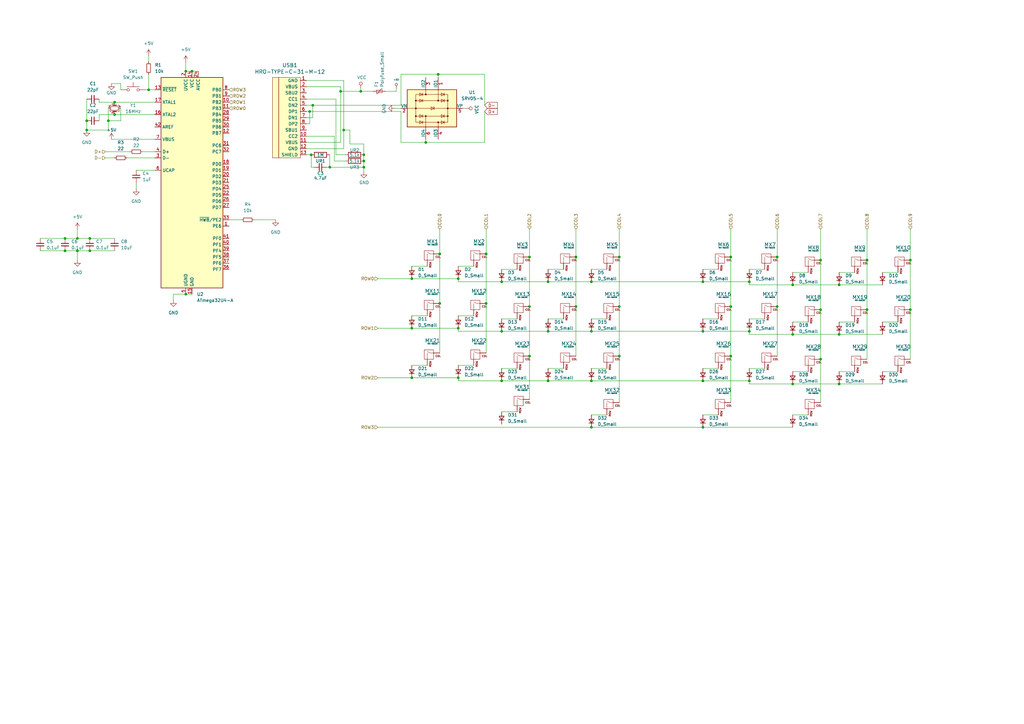
<source format=kicad_sch>
(kicad_sch (version 20211123) (generator eeschema)
  (paper "A3")
  (lib_symbols
    (symbol "Device:C_Small" (pin_numbers hide) (pin_names (offset 0.254) hide)
      (property "Reference" "C" (at 0.254 1.778 0))
      (property "Value" "C_Small" (at 0.254 -2.032 0))
      (symbol "C_Small_1_1"
        (pin passive line (at 0 2.54 270) (length 2.032) (name "~") (number "1"))
        (pin passive line (at 0 -2.54 90) (length 2.032) (name "~") (number "2"))
      )
    )
    (symbol "Device:Crystal_GND24_Small" (pin_names (offset 1.016) hide)
      (property "Reference" "Y" (at 1.27 4.445 0))
      (property "Value" "Crystal_GND24_Small" (at 1.27 2.54 0))
      (symbol "Crystal_GND24_Small_1_1"
        (pin passive line (at -2.54 0 0) (length 1.27) (name "1") (number "1"))
        (pin passive line (at 0 -2.54 90) (length 0.635) (name "2") (number "2"))
        (pin passive line (at 2.54 0 180) (length 1.27) (name "3") (number "3"))
        (pin passive line (at 0 2.54 270) (length 0.635) (name "4") (number "4"))
      )
    )
    (symbol "Device:D_Small" (pin_numbers hide) (pin_names (offset 0.254) hide)
      (property "Reference" "D" (at -1.27 2.032 0))
      (property "Value" "D_Small" (at -3.81 -2.032 0))
      (symbol "D_Small_1_1"
        (pin passive line (at -2.54 0 0) (length 1.778) (name "K") (number "1"))
        (pin passive line (at 2.54 0 180) (length 1.778) (name "A") (number "2"))
      )
    )
    (symbol "Device:R_Small" (pin_numbers hide) (pin_names (offset 0.254) hide)
      (property "Reference" "R" (at 0.762 0.508 0))
      (property "Value" "R_Small" (at 0.762 -1.016 0))
      (symbol "R_Small_1_1"
        (pin passive line (at 0 2.54 270) (length 0.762) (name "~") (number "1"))
        (pin passive line (at 0 -2.54 90) (length 0.762) (name "~") (number "2"))
      )
    )
    (symbol "MCU_Microchip_ATmega:ATmega32U4-A"
      (property "Reference" "U" (at -12.7 44.45 0))
      (property "Value" "ATmega32U4-A" (at 2.54 -44.45 0))
      (symbol "ATmega32U4-A_1_1"
        (pin bidirectional line (at 15.24 -17.78 180) (length 2.54) (name "PE6") (number "1"))
        (pin bidirectional line (at 15.24 33.02 180) (length 2.54) (name "PB2") (number "10"))
        (pin bidirectional line (at 15.24 30.48 180) (length 2.54) (name "PB3") (number "11"))
        (pin bidirectional line (at 15.24 20.32 180) (length 2.54) (name "PB7") (number "12"))
        (pin input line (at -15.24 38.1 0) (length 2.54) (name "~{RESET}") (number "13"))
        (pin power_in line (at 0 45.72 270) (length 2.54) (name "VCC") (number "14"))
        (pin power_in line (at 0 -45.72 90) (length 2.54) (name "GND") (number "15"))
        (pin output line (at -15.24 27.94 0) (length 2.54) (name "XTAL2") (number "16"))
        (pin input line (at -15.24 33.02 0) (length 2.54) (name "XTAL1") (number "17"))
        (pin bidirectional line (at 15.24 7.62 180) (length 2.54) (name "PD0") (number "18"))
        (pin bidirectional line (at 15.24 5.08 180) (length 2.54) (name "PD1") (number "19"))
        (pin power_in line (at -2.54 45.72 270) (length 2.54) (name "UVCC") (number "2"))
        (pin bidirectional line (at 15.24 2.54 180) (length 2.54) (name "PD2") (number "20"))
        (pin bidirectional line (at 15.24 0 180) (length 2.54) (name "PD3") (number "21"))
        (pin bidirectional line (at 15.24 -5.08 180) (length 2.54) (name "PD5") (number "22"))
        (pin passive line (at 0 -45.72 90) (length 2.54) hide (name "GND") (number "23"))
        (pin power_in line (at 2.54 45.72 270) (length 2.54) (name "AVCC") (number "24"))
        (pin bidirectional line (at 15.24 -2.54 180) (length 2.54) (name "PD4") (number "25"))
        (pin bidirectional line (at 15.24 -7.62 180) (length 2.54) (name "PD6") (number "26"))
        (pin bidirectional line (at 15.24 -10.16 180) (length 2.54) (name "PD7") (number "27"))
        (pin bidirectional line (at 15.24 27.94 180) (length 2.54) (name "PB4") (number "28"))
        (pin bidirectional line (at 15.24 25.4 180) (length 2.54) (name "PB5") (number "29"))
        (pin bidirectional line (at -15.24 10.16 0) (length 2.54) (name "D-") (number "3"))
        (pin bidirectional line (at 15.24 22.86 180) (length 2.54) (name "PB6") (number "30"))
        (pin bidirectional line (at 15.24 15.24 180) (length 2.54) (name "PC6") (number "31"))
        (pin bidirectional line (at 15.24 12.7 180) (length 2.54) (name "PC7") (number "32"))
        (pin bidirectional line (at 15.24 -15.24 180) (length 2.54) (name "~{HWB}/PE2") (number "33"))
        (pin passive line (at 0 45.72 270) (length 2.54) hide (name "VCC") (number "34"))
        (pin passive line (at 0 -45.72 90) (length 2.54) hide (name "GND") (number "35"))
        (pin bidirectional line (at 15.24 -35.56 180) (length 2.54) (name "PF7") (number "36"))
        (pin bidirectional line (at 15.24 -33.02 180) (length 2.54) (name "PF6") (number "37"))
        (pin bidirectional line (at 15.24 -30.48 180) (length 2.54) (name "PF5") (number "38"))
        (pin bidirectional line (at 15.24 -27.94 180) (length 2.54) (name "PF4") (number "39"))
        (pin bidirectional line (at -15.24 12.7 0) (length 2.54) (name "D+") (number "4"))
        (pin bidirectional line (at 15.24 -25.4 180) (length 2.54) (name "PF1") (number "40"))
        (pin bidirectional line (at 15.24 -22.86 180) (length 2.54) (name "PF0") (number "41"))
        (pin passive line (at -15.24 22.86 0) (length 2.54) (name "AREF") (number "42"))
        (pin passive line (at 0 -45.72 90) (length 2.54) hide (name "GND") (number "43"))
        (pin passive line (at 2.54 45.72 270) (length 2.54) hide (name "AVCC") (number "44"))
        (pin passive line (at -2.54 -45.72 90) (length 2.54) (name "UGND") (number "5"))
        (pin passive line (at -15.24 5.08 0) (length 2.54) (name "UCAP") (number "6"))
        (pin input line (at -15.24 17.78 0) (length 2.54) (name "VBUS") (number "7"))
        (pin bidirectional line (at 15.24 38.1 180) (length 2.54) (name "PB0") (number "8"))
        (pin bidirectional line (at 15.24 35.56 180) (length 2.54) (name "PB1") (number "9"))
      )
    )
    (symbol "MX_Alps_Hybrid:MX-NoLED" (pin_names (offset 1.016))
      (property "Reference" "MX" (at -0.635 3.81 0))
      (property "Value" "MX-NoLED" (at -0.635 1.27 0))
      (symbol "MX-NoLED_0_0"
        (text "COL" (at 3.175 0 0) (effects (font (size 0.762 0.762))))
        (text "ROW" (at 0 -1.905 900) (effects (font (size 0.762 0.762)) (justify right)))
      )
      (symbol "MX-NoLED_1_1"
        (pin passive line (at 3.81 1.27 180) (length 2.54) (name "COL") (number "1"))
        (pin passive line (at -1.27 -3.81 90) (length 2.54) (name "ROW") (number "2"))
      )
    )
    (symbol "Power_Protection:SRV05-4" (pin_names (offset 0))
      (property "Reference" "U" (at -5.08 11.43 0))
      (property "Value" "SRV05-4" (at 2.54 11.43 0))
      (symbol "SRV05-4_1_1"
        (pin passive line (at -12.7 2.54 0) (length 5.08) (name "IO1") (number "1"))
        (pin passive line (at 0 -12.7 90) (length 2.54) (name "VN") (number "2"))
        (pin passive line (at -12.7 -2.54 0) (length 5.08) (name "IO2") (number "3"))
        (pin passive line (at 12.7 2.54 180) (length 5.08) (name "IO3") (number "4"))
        (pin passive line (at 0 12.7 270) (length 2.54) (name "VP") (number "5"))
        (pin passive line (at 12.7 -2.54 180) (length 5.08) (name "IO4") (number "6"))
      )
    )
    (symbol "Switch:SW_Push" (pin_numbers hide) (pin_names (offset 1.016) hide)
      (property "Reference" "SW" (at 1.27 2.54 0))
      (property "Value" "SW_Push" (at 0 -1.524 0))
      (symbol "SW_Push_0_1"
        (pin passive line (at -5.08 0 0) (length 2.54) (name "1") (number "1"))
        (pin passive line (at 5.08 0 180) (length 2.54) (name "2") (number "2"))
      )
    )
    (symbol "Type-C:HRO-TYPE-C-31-M-12" (pin_names (offset 1.016))
      (property "Reference" "USB" (at -5.08 16.51 0))
      (property "Value" "HRO-TYPE-C-31-M-12" (at -10.16 -1.27 90))
      (symbol "HRO-TYPE-C-31-M-12_1_1"
        (pin input line (at 2.54 13.97 180) (length 2.54) (name "GND") (number "1"))
        (pin input line (at 2.54 -8.89 180) (length 2.54) (name "CC2") (number "10"))
        (pin input line (at 2.54 -11.43 180) (length 2.54) (name "VBUS") (number "11"))
        (pin input line (at 2.54 -13.97 180) (length 2.54) (name "GND") (number "12"))
        (pin input line (at 2.54 -16.51 180) (length 2.54) (name "SHIELD") (number "13"))
        (pin input line (at 2.54 11.43 180) (length 2.54) (name "VBUS") (number "2"))
        (pin input line (at 2.54 8.89 180) (length 2.54) (name "SBU2") (number "3"))
        (pin input line (at 2.54 6.35 180) (length 2.54) (name "CC1") (number "4"))
        (pin input line (at 2.54 3.81 180) (length 2.54) (name "DN2") (number "5"))
        (pin input line (at 2.54 1.27 180) (length 2.54) (name "DP1") (number "6"))
        (pin input line (at 2.54 -1.27 180) (length 2.54) (name "DN1") (number "7"))
        (pin input line (at 2.54 -3.81 180) (length 2.54) (name "DP2") (number "8"))
        (pin input line (at 2.54 -6.35 180) (length 2.54) (name "SBU1") (number "9"))
      )
    )
    (symbol "device:C_Small" (pin_numbers hide) (pin_names (offset 0.254) hide)
      (property "Reference" "C" (at 0.254 1.778 0))
      (property "Value" "device_C_Small" (at 0.254 -2.032 0))
      (symbol "C_Small_1_1"
        (pin passive line (at 0 2.54 270) (length 2.032) (name "~") (number "1"))
        (pin passive line (at 0 -2.54 90) (length 2.032) (name "~") (number "2"))
      )
    )
    (symbol "device:Polyfuse_Small" (pin_numbers hide) (pin_names (offset 0))
      (property "Reference" "F" (at -1.905 0 90))
      (property "Value" "device_Polyfuse_Small" (at 1.905 0 90))
      (symbol "Polyfuse_Small_1_1"
        (pin passive line (at 0 2.54 270) (length 0.635) (name "~") (number "1"))
        (pin passive line (at 0 -2.54 90) (length 0.635) (name "~") (number "2"))
      )
    )
    (symbol "device:R" (pin_numbers hide) (pin_names (offset 0))
      (property "Reference" "R" (at 2.032 0 90))
      (property "Value" "device_R" (at 0 0 90))
      (symbol "R_1_1"
        (pin passive line (at 0 3.81 270) (length 1.27) (name "~") (number "1"))
        (pin passive line (at 0 -3.81 90) (length 1.27) (name "~") (number "2"))
      )
    )
    (symbol "keyboard_parts:+5V" (power) (pin_names (offset 0))
      (property "Value" "+5V" (at 0 2.794 0))
      (symbol "+5V_0_0"
        (pin power_in line (at 0 0 90) (length 0) hide (name "+5V") (number "1"))
      )
    )
    (symbol "power:+5V" (power) (pin_names (offset 0))
      (property "Value" "+5V" (at 0 3.556 0))
      (symbol "+5V_1_1"
        (pin power_in line (at 0 0 90) (length 0) hide (name "+5V") (number "1"))
      )
    )
    (symbol "power:GND" (power) (pin_names (offset 0))
      (property "Value" "GND" (at 0 -3.81 0))
      (symbol "GND_1_1"
        (pin power_in line (at 0 0 270) (length 0) hide (name "GND") (number "1"))
      )
    )
    (symbol "power:VCC" (power) (pin_names (offset 0))
      (property "Value" "power_VCC" (at 0 3.81 0))
      (symbol "VCC_1_1"
        (pin power_in line (at 0 0 90) (length 0) hide (name "VCC") (number "1"))
      )
    )
  )
  (junction (at 299.72 105.41))
  (junction (at 168.91 134.62))
  (junction (at 46.99 46.99))
  (junction (at 199.39 124.46))
  (junction (at 217.17 105.41))
  (junction (at 36.83 97.79))
  (junction (at 199.39 104.14))
  (junction (at 168.91 114.3))
  (junction (at 139.7 37.465))
  (junction (at 307.34 135.89))
  (junction (at 217.17 146.05))
  (junction (at 307.34 156.21))
  (junction (at 336.55 127))
  (junction (at 242.57 135.89))
  (junction (at 299.72 125.73))
  (junction (at 336.55 106.68))
  (junction (at 76.2 29.21))
  (junction (at 242.57 175.26))
  (junction (at 254 146.05))
  (junction (at 288.29 156.21))
  (junction (at 174.625 58.42))
  (junction (at 318.77 125.73))
  (junction (at 187.96 134.62))
  (junction (at 344.17 116.84))
  (junction (at 179.705 30.48))
  (junction (at 127.635 63.5))
  (junction (at 135.255 68.58))
  (junction (at 254 125.73))
  (junction (at 344.17 157.48))
  (junction (at 355.6 106.68))
  (junction (at 128.27 43.18))
  (junction (at 242.57 115.57))
  (junction (at 307.34 115.57))
  (junction (at 205.74 115.57))
  (junction (at 140.97 53.34))
  (junction (at 224.79 115.57))
  (junction (at 217.17 125.73))
  (junction (at 205.74 135.89))
  (junction (at 44.45 49.53))
  (junction (at 288.29 135.89))
  (junction (at 373.38 106.68))
  (junction (at 355.6 127))
  (junction (at 26.67 97.79))
  (junction (at 35.56 53.34))
  (junction (at 76.2 120.65))
  (junction (at 127 45.72))
  (junction (at 344.17 137.16))
  (junction (at 288.29 175.26))
  (junction (at 299.72 146.05))
  (junction (at 325.12 137.16))
  (junction (at 31.75 102.87))
  (junction (at 325.12 157.48))
  (junction (at 180.34 124.46))
  (junction (at 318.77 105.41))
  (junction (at 325.12 116.84))
  (junction (at 187.96 154.94))
  (junction (at 336.55 147.32))
  (junction (at 149.225 63.5))
  (junction (at 46.99 41.91))
  (junction (at 205.74 156.21))
  (junction (at 31.75 97.79))
  (junction (at 149.225 68.58))
  (junction (at 60.96 36.83))
  (junction (at 35.56 49.53))
  (junction (at 187.96 114.3))
  (junction (at 236.22 105.41))
  (junction (at 149.225 66.04))
  (junction (at 254 105.41))
  (junction (at 147.955 37.465))
  (junction (at 224.79 135.89))
  (junction (at 180.34 104.14))
  (junction (at 236.22 125.73))
  (junction (at 288.29 115.57))
  (junction (at 26.67 102.87))
  (junction (at 373.38 127))
  (junction (at 168.91 154.94))
  (junction (at 78.74 29.21))
  (junction (at 224.79 156.21))
  (junction (at 36.83 102.87))
  (junction (at 242.57 156.21))
  (wire (pts (xy 60.96 30.48) (xy 60.96 36.83)))
  (wire (pts (xy 224.79 156.21) (xy 242.57 156.21)))
  (wire (pts (xy 205.74 135.89) (xy 224.79 135.89)))
  (wire (pts (xy 45.72 57.15) (xy 63.5 57.15)))
  (wire (pts (xy 299.72 93.98) (xy 299.72 105.41)))
  (wire (pts (xy 198.755 45.72) (xy 198.755 58.42)))
  (wire (pts (xy 149.225 66.04) (xy 149.225 68.58)))
  (wire (pts (xy 125.73 35.56) (xy 139.7 35.56)))
  (wire (pts (xy 288.29 170.18) (xy 294.64 170.18)))
  (wire (pts (xy 254 146.05) (xy 254 165.1)))
  (wire (pts (xy 236.22 125.73) (xy 236.22 146.05)))
  (wire (pts (xy 43.18 64.77) (xy 46.99 64.77)))
  (wire (pts (xy 35.56 40.64) (xy 35.56 49.53)))
  (wire (pts (xy 140.97 60.96) (xy 125.73 60.96)))
  (wire (pts (xy 49.53 49.53) (xy 44.45 49.53)))
  (wire (pts (xy 141.605 66.04) (xy 137.16 66.04)))
  (wire (pts (xy 198.755 30.48) (xy 198.755 43.18)))
  (wire (pts (xy 158.115 37.465) (xy 162.56 37.465)))
  (wire (pts (xy 16.51 102.87) (xy 26.67 102.87)))
  (wire (pts (xy 46.99 46.99) (xy 63.5 46.99)))
  (wire (pts (xy 31.75 102.87) (xy 31.75 106.68)))
  (wire (pts (xy 205.74 115.57) (xy 187.96 115.57)))
  (wire (pts (xy 154.94 175.26) (xy 242.57 175.26)))
  (wire (pts (xy 307.34 137.16) (xy 307.34 135.89)))
  (wire (pts (xy 59.69 36.83) (xy 60.96 36.83)))
  (wire (pts (xy 325.12 137.16) (xy 307.34 137.16)))
  (wire (pts (xy 140.97 53.34) (xy 140.97 33.02)))
  (wire (pts (xy 76.2 120.65) (xy 71.12 120.65)))
  (wire (pts (xy 139.7 37.465) (xy 147.955 37.465)))
  (wire (pts (xy 254 105.41) (xy 254 125.73)))
  (wire (pts (xy 180.34 124.46) (xy 180.34 144.78)))
  (wire (pts (xy 127.635 68.58) (xy 127.635 63.5)))
  (wire (pts (xy 168.91 149.86) (xy 175.26 149.86)))
  (wire (pts (xy 26.67 102.87) (xy 31.75 102.87)))
  (wire (pts (xy 205.74 135.89) (xy 187.96 135.89)))
  (wire (pts (xy 147.955 36.195) (xy 147.955 37.465)))
  (wire (pts (xy 217.17 105.41) (xy 217.17 125.73)))
  (wire (pts (xy 135.255 63.5) (xy 135.255 68.58)))
  (wire (pts (xy 189.865 44.45) (xy 191.135 44.45)))
  (wire (pts (xy 299.72 105.41) (xy 299.72 125.73)))
  (wire (pts (xy 224.79 130.81) (xy 231.14 130.81)))
  (wire (pts (xy 325.12 152.4) (xy 331.47 152.4)))
  (wire (pts (xy 299.72 125.73) (xy 299.72 146.05)))
  (wire (pts (xy 49.53 34.29) (xy 45.72 34.29)))
  (wire (pts (xy 140.97 60.96) (xy 140.97 53.34)))
  (wire (pts (xy 242.57 130.81) (xy 248.92 130.81)))
  (wire (pts (xy 71.12 120.65) (xy 71.12 123.19)))
  (wire (pts (xy 125.73 50.8) (xy 127 50.8)))
  (wire (pts (xy 205.74 168.91) (xy 212.09 168.91)))
  (wire (pts (xy 180.34 93.98) (xy 180.34 104.14)))
  (wire (pts (xy 199.39 124.46) (xy 199.39 144.78)))
  (wire (pts (xy 361.95 152.4) (xy 368.3 152.4)))
  (wire (pts (xy 288.29 115.57) (xy 307.34 115.57)))
  (wire (pts (xy 60.96 22.86) (xy 60.96 25.4)))
  (wire (pts (xy 168.91 114.3) (xy 187.96 114.3)))
  (wire (pts (xy 16.51 97.79) (xy 26.67 97.79)))
  (wire (pts (xy 242.57 151.13) (xy 248.92 151.13)))
  (wire (pts (xy 224.79 135.89) (xy 242.57 135.89)))
  (wire (pts (xy 355.6 93.98) (xy 355.6 106.68)))
  (wire (pts (xy 46.99 41.91) (xy 63.5 41.91)))
  (wire (pts (xy 125.73 48.26) (xy 128.27 48.26)))
  (wire (pts (xy 205.74 151.13) (xy 212.09 151.13)))
  (wire (pts (xy 49.53 44.45) (xy 49.53 49.53)))
  (wire (pts (xy 162.56 37.465) (xy 162.56 36.195)))
  (wire (pts (xy 164.465 58.42) (xy 174.625 58.42)))
  (wire (pts (xy 199.39 93.98) (xy 199.39 104.14)))
  (wire (pts (xy 361.95 111.76) (xy 368.3 111.76)))
  (wire (pts (xy 149.225 59.055) (xy 149.225 63.5)))
  (wire (pts (xy 168.91 154.94) (xy 187.96 154.94)))
  (wire (pts (xy 336.55 93.98) (xy 336.55 106.68)))
  (wire (pts (xy 174.625 57.15) (xy 174.625 58.42)))
  (wire (pts (xy 318.77 105.41) (xy 318.77 125.73)))
  (wire (pts (xy 141.605 63.5) (xy 137.795 63.5)))
  (wire (pts (xy 180.34 104.14) (xy 180.34 124.46)))
  (wire (pts (xy 373.38 93.98) (xy 373.38 106.68)))
  (wire (pts (xy 52.07 64.77) (xy 63.5 64.77)))
  (wire (pts (xy 44.45 44.45) (xy 44.45 49.53)))
  (wire (pts (xy 299.72 146.05) (xy 299.72 165.1)))
  (wire (pts (xy 187.96 109.22) (xy 194.31 109.22)))
  (wire (pts (xy 373.38 106.68) (xy 373.38 127)))
  (wire (pts (xy 43.18 62.23) (xy 53.34 62.23)))
  (wire (pts (xy 168.91 129.54) (xy 175.26 129.54)))
  (wire (pts (xy 224.79 151.13) (xy 231.14 151.13)))
  (wire (pts (xy 58.42 62.23) (xy 63.5 62.23)))
  (wire (pts (xy 325.12 116.84) (xy 307.34 116.84)))
  (wire (pts (xy 307.34 151.13) (xy 313.69 151.13)))
  (wire (pts (xy 205.74 115.57) (xy 224.79 115.57)))
  (wire (pts (xy 325.12 157.48) (xy 344.17 157.48)))
  (wire (pts (xy 149.225 66.04) (xy 149.225 63.5)))
  (wire (pts (xy 307.34 130.81) (xy 313.69 130.81)))
  (wire (pts (xy 224.79 110.49) (xy 231.14 110.49)))
  (wire (pts (xy 154.94 114.3) (xy 168.91 114.3)))
  (wire (pts (xy 139.7 37.465) (xy 139.7 58.42)))
  (wire (pts (xy 128.905 68.58) (xy 127.635 68.58)))
  (wire (pts (xy 318.77 93.98) (xy 318.77 105.41)))
  (wire (pts (xy 199.39 104.14) (xy 199.39 124.46)))
  (wire (pts (xy 325.12 157.48) (xy 307.34 157.48)))
  (wire (pts (xy 179.705 30.48) (xy 179.705 31.75)))
  (wire (pts (xy 49.53 36.83) (xy 49.53 34.29)))
  (wire (pts (xy 179.705 30.48) (xy 198.755 30.48)))
  (wire (pts (xy 147.955 37.465) (xy 153.035 37.465)))
  (wire (pts (xy 149.225 68.58) (xy 149.225 70.485)))
  (wire (pts (xy 288.29 130.81) (xy 294.64 130.81)))
  (wire (pts (xy 55.88 74.93) (xy 55.88 77.47)))
  (wire (pts (xy 307.34 116.84) (xy 307.34 115.57)))
  (wire (pts (xy 128.27 43.18) (xy 164.465 43.18)))
  (wire (pts (xy 307.34 157.48) (xy 307.34 156.21)))
  (wire (pts (xy 76.2 25.4) (xy 76.2 29.21)))
  (wire (pts (xy 187.96 156.21) (xy 187.96 154.94)))
  (wire (pts (xy 254 125.73) (xy 254 146.05)))
  (wire (pts (xy 137.795 40.64) (xy 125.73 40.64)))
  (wire (pts (xy 217.17 93.98) (xy 217.17 105.41)))
  (wire (pts (xy 168.91 134.62) (xy 187.96 134.62)))
  (wire (pts (xy 36.83 102.87) (xy 46.99 102.87)))
  (wire (pts (xy 164.465 30.48) (xy 164.465 43.18)))
  (wire (pts (xy 137.795 63.5) (xy 137.795 40.64)))
  (wire (pts (xy 44.45 49.53) (xy 44.45 53.34)))
  (wire (pts (xy 236.22 105.41) (xy 236.22 125.73)))
  (wire (pts (xy 125.73 43.18) (xy 128.27 43.18)))
  (wire (pts (xy 44.45 53.34) (xy 35.56 53.34)))
  (wire (pts (xy 242.57 115.57) (xy 288.29 115.57)))
  (wire (pts (xy 288.29 110.49) (xy 294.64 110.49)))
  (wire (pts (xy 187.96 135.89) (xy 187.96 134.62)))
  (wire (pts (xy 78.74 29.21) (xy 81.28 29.21)))
  (wire (pts (xy 139.7 35.56) (xy 139.7 37.465)))
  (wire (pts (xy 125.73 45.72) (xy 127 45.72)))
  (wire (pts (xy 46.99 41.91) (xy 40.64 41.91)))
  (wire (pts (xy 205.74 110.49) (xy 212.09 110.49)))
  (wire (pts (xy 187.96 149.86) (xy 194.31 149.86)))
  (wire (pts (xy 344.17 157.48) (xy 361.95 157.48)))
  (wire (pts (xy 125.73 33.02) (xy 140.97 33.02)))
  (wire (pts (xy 242.57 170.18) (xy 248.92 170.18)))
  (wire (pts (xy 355.6 127) (xy 355.6 147.32)))
  (wire (pts (xy 31.75 102.87) (xy 36.83 102.87)))
  (wire (pts (xy 344.17 137.16) (xy 361.95 137.16)))
  (wire (pts (xy 135.255 68.58) (xy 149.225 68.58)))
  (wire (pts (xy 36.83 97.79) (xy 46.99 97.79)))
  (wire (pts (xy 60.96 36.83) (xy 63.5 36.83)))
  (wire (pts (xy 325.12 170.18) (xy 331.47 170.18)))
  (wire (pts (xy 344.17 152.4) (xy 350.52 152.4)))
  (wire (pts (xy 40.64 41.91) (xy 40.64 40.64)))
  (wire (pts (xy 46.99 46.99) (xy 40.64 46.99)))
  (wire (pts (xy 137.16 66.04) (xy 137.16 55.88)))
  (wire (pts (xy 161.925 44.45) (xy 164.465 44.45)))
  (wire (pts (xy 325.12 111.76) (xy 331.47 111.76)))
  (wire (pts (xy 31.75 93.98) (xy 31.75 97.79)))
  (wire (pts (xy 143.51 53.34) (xy 140.97 53.34)))
  (wire (pts (xy 288.29 135.89) (xy 307.34 135.89)))
  (wire (pts (xy 336.55 106.68) (xy 336.55 127)))
  (wire (pts (xy 254 93.98) (xy 254 105.41)))
  (wire (pts (xy 361.95 132.08) (xy 368.3 132.08)))
  (wire (pts (xy 217.17 125.73) (xy 217.17 146.05)))
  (wire (pts (xy 373.38 127) (xy 373.38 147.32)))
  (wire (pts (xy 127 45.72) (xy 164.465 45.72)))
  (wire (pts (xy 205.74 156.21) (xy 224.79 156.21)))
  (wire (pts (xy 168.91 109.22) (xy 175.26 109.22)))
  (wire (pts (xy 236.22 93.98) (xy 236.22 105.41)))
  (wire (pts (xy 205.74 156.21) (xy 187.96 156.21)))
  (wire (pts (xy 242.57 135.89) (xy 288.29 135.89)))
  (wire (pts (xy 133.985 68.58) (xy 135.255 68.58)))
  (wire (pts (xy 187.96 129.54) (xy 194.31 129.54)))
  (wire (pts (xy 164.465 30.48) (xy 179.705 30.48)))
  (wire (pts (xy 224.79 115.57) (xy 242.57 115.57)))
  (wire (pts (xy 127 50.8) (xy 127 45.72)))
  (wire (pts (xy 26.67 97.79) (xy 31.75 97.79)))
  (wire (pts (xy 344.17 116.84) (xy 361.95 116.84)))
  (wire (pts (xy 336.55 147.32) (xy 336.55 165.1)))
  (wire (pts (xy 242.57 110.49) (xy 248.92 110.49)))
  (wire (pts (xy 217.17 146.05) (xy 217.17 163.83)))
  (wire (pts (xy 139.7 58.42) (xy 125.73 58.42)))
  (wire (pts (xy 76.2 120.65) (xy 78.74 120.65)))
  (wire (pts (xy 288.29 151.13) (xy 294.64 151.13)))
  (wire (pts (xy 128.27 48.26) (xy 128.27 43.18)))
  (wire (pts (xy 288.29 156.21) (xy 307.34 156.21)))
  (wire (pts (xy 242.57 156.21) (xy 288.29 156.21)))
  (wire (pts (xy 288.29 175.26) (xy 325.12 175.26)))
  (wire (pts (xy 40.64 46.99) (xy 40.64 49.53)))
  (wire (pts (xy 325.12 137.16) (xy 344.17 137.16)))
  (wire (pts (xy 344.17 111.76) (xy 350.52 111.76)))
  (wire (pts (xy 55.88 69.85) (xy 63.5 69.85)))
  (wire (pts (xy 325.12 132.08) (xy 331.47 132.08)))
  (wire (pts (xy 76.2 29.21) (xy 78.74 29.21)))
  (wire (pts (xy 325.12 116.84) (xy 344.17 116.84)))
  (wire (pts (xy 205.74 130.81) (xy 212.09 130.81)))
  (wire (pts (xy 187.96 115.57) (xy 187.96 114.3)))
  (wire (pts (xy 344.17 132.08) (xy 350.52 132.08)))
  (wire (pts (xy 355.6 106.68) (xy 355.6 127)))
  (wire (pts (xy 174.625 58.42) (xy 198.755 58.42)))
  (wire (pts (xy 307.34 110.49) (xy 313.69 110.49)))
  (wire (pts (xy 318.77 125.73) (xy 318.77 146.05)))
  (wire (pts (xy 336.55 127) (xy 336.55 147.32)))
  (wire (pts (xy 242.57 175.26) (xy 288.29 175.26)))
  (wire (pts (xy 154.94 154.94) (xy 168.91 154.94)))
  (wire (pts (xy 143.51 53.34) (xy 143.51 59.055)))
  (wire (pts (xy 125.73 63.5) (xy 127.635 63.5)))
  (wire (pts (xy 93.98 90.17) (xy 99.06 90.17)))
  (wire (pts (xy 154.94 134.62) (xy 168.91 134.62)))
  (wire (pts (xy 164.465 45.72) (xy 164.465 58.42)))
  (wire (pts (xy 31.75 97.79) (xy 36.83 97.79)))
  (wire (pts (xy 137.16 55.88) (xy 125.73 55.88)))
  (wire (pts (xy 143.51 59.055) (xy 149.225 59.055)))
  (wire (pts (xy 104.14 90.17) (xy 113.03 90.17)))
  (wire (pts (xy 35.56 49.53) (xy 35.56 53.34)))
  (global_label "D-" (shape input) (at 198.755 43.18 0) (property "Intersheet References" "${INTERSHEET_REFS}" (effects hide)))
  (global_label "D+" (shape input) (at 198.755 45.72 0) (property "Intersheet References" "${INTERSHEET_REFS}" (effects hide)))
  (hierarchical_label "ROW0" (shape input) (at 154.94 114.3 180))
  (hierarchical_label "ROW2" (shape input) (at 93.98 39.37 0))
  (hierarchical_label "COL2" (shape input) (at 217.17 93.98 90))
  (hierarchical_label "COL1" (shape input) (at 199.39 93.98 90))
  (hierarchical_label "COL4" (shape input) (at 254 93.98 90))
  (hierarchical_label "D+" (shape input) (at 43.18 62.23 180))
  (hierarchical_label "ROW3" (shape input) (at 93.98 36.83 0))
  (hierarchical_label "ROW1" (shape input) (at 93.98 41.91 0))
  (hierarchical_label "ROW0" (shape input) (at 93.98 44.45 0))
  (hierarchical_label "COL5" (shape input) (at 299.72 93.98 90))
  (hierarchical_label "COL6" (shape input) (at 318.77 93.98 90))
  (hierarchical_label "COL3" (shape input) (at 236.22 93.98 90))
  (hierarchical_label "ROW2" (shape input) (at 154.94 154.94 180))
  (hierarchical_label "COL7" (shape input) (at 336.55 93.98 90))
  (hierarchical_label "ROW1" (shape input) (at 154.94 134.62 180))
  (hierarchical_label "D-" (shape input) (at 43.18 64.77 180))
  (hierarchical_label "ROW3" (shape input) (at 154.94 175.26 180))
  (hierarchical_label "COL9" (shape input) (at 373.38 93.98 90))
  (hierarchical_label "COL0" (shape input) (at 180.34 93.98 90))
  (hierarchical_label "COL8" (shape input) (at 355.6 93.98 90))
  (symbol (lib_id "MX_Alps_Hybrid:MX-NoLED") (at 176.53 125.73 0) (unit 1)
    (property "Reference" "MX11" (at 177.4156 119.38 0) (effects (font (size 1.524 1.524))))
    (property "Value" "MX-NoLED" (at 177.4156 120.65 0) (effects (font (size 0.508 0.508))))
    (property "Footprint" "MX_Only:MXOnly-1U-NoLED" (effects hide))
  )
  (symbol (lib_id "MX_Alps_Hybrid:MX-NoLED") (at 213.36 127 0) (unit 1)
    (property "Reference" "MX13" (at 214.2456 120.65 0) (effects (font (size 1.524 1.524))))
    (property "Value" "MX-NoLED" (at 214.2456 121.92 0) (effects (font (size 0.508 0.508))))
    (property "Footprint" "MX_Only:MXOnly-1U-NoLED" (effects hide))
  )
  (symbol (lib_id "Device:D_Small") (at 325.12 134.62 90) (unit 1)
    (property "Reference" "D18" (at 327.66 133.3499 90) (effects (justify right)))
    (property "Value" "D_Small" (at 327.66 135.8899 90) (effects (justify right)))
    (property "Footprint" "Diode_SMD:D_SOD-123" (effects hide))
  )
  (symbol (lib_id "MX_Alps_Hybrid:MX-NoLED") (at 195.58 105.41 0) (unit 1)
    (property "Reference" "MX2" (at 196.4656 99.06 0) (effects (font (size 1.524 1.524))))
    (property "Value" "MX-NoLED" (at 196.4656 100.33 0) (effects (font (size 0.508 0.508))))
    (property "Footprint" "MX_Only:MXOnly-1U-NoLED" (effects hide))
  )
  (symbol (lib_id "Device:D_Small") (at 224.79 133.35 90) (unit 1)
    (property "Reference" "D14" (at 227.33 132.0799 90) (effects (justify right)))
    (property "Value" "D_Small" (at 227.33 134.6199 90) (effects (justify right)))
    (property "Footprint" "Diode_SMD:D_SOD-123" (effects hide))
  )
  (symbol (lib_id "MX_Alps_Hybrid:MX-NoLED") (at 295.91 106.68 0) (unit 1)
    (property "Reference" "MX6" (at 296.7956 100.33 0) (effects (font (size 1.524 1.524))))
    (property "Value" "MX-NoLED" (at 296.7956 101.6 0) (effects (font (size 0.508 0.508))))
    (property "Footprint" "MX_Only:MXOnly-1U-NoLED" (effects hide))
  )
  (symbol (lib_id "MX_Alps_Hybrid:MX-NoLED") (at 295.91 147.32 0) (unit 1)
    (property "Reference" "MX26" (at 296.7956 140.97 0) (effects (font (size 1.524 1.524))))
    (property "Value" "MX-NoLED" (at 296.7956 142.24 0) (effects (font (size 0.508 0.508))))
    (property "Footprint" "MX_Only:MXOnly-1U-NoLED" (effects hide))
  )
  (symbol (lib_id "MX_Alps_Hybrid:MX-NoLED") (at 351.79 148.59 0) (unit 1)
    (property "Reference" "MX29" (at 352.6756 142.24 0) (effects (font (size 1.524 1.524))))
    (property "Value" "MX-NoLED" (at 352.6756 143.51 0) (effects (font (size 0.508 0.508))))
    (property "Footprint" "MX_Only:MXOnly-1U-NoLED" (effects hide))
  )
  (symbol (lib_id "MX_Alps_Hybrid:MX-NoLED") (at 369.57 128.27 0) (unit 1)
    (property "Reference" "MX20" (at 370.4556 121.92 0) (effects (font (size 1.524 1.524))))
    (property "Value" "MX-NoLED" (at 370.4556 123.19 0) (effects (font (size 0.508 0.508))))
    (property "Footprint" "MX_Only:MXOnly-1U-NoLED" (effects hide))
  )
  (symbol (lib_id "Device:D_Small") (at 187.96 152.4 90) (unit 1)
    (property "Reference" "D22" (at 190.5 151.1299 90) (effects (justify right)))
    (property "Value" "D_Small" (at 190.5 153.6699 90) (effects (justify right)))
    (property "Footprint" "Diode_SMD:D_SOD-123" (effects hide))
  )
  (symbol (lib_id "Device:D_Small") (at 168.91 152.4 90) (unit 1)
    (property "Reference" "D21" (at 171.45 151.1299 90) (effects (justify right)))
    (property "Value" "D_Small" (at 171.45 153.6699 90) (effects (justify right)))
    (property "Footprint" "Diode_SMD:D_SOD-123" (effects hide))
  )
  (symbol (lib_id "power:VCC") (at 191.135 44.45 270) (unit 1)
    (property "Reference" "#PWR0115" (effects hide))
    (property "Value" "VCC" (at 195.5292 44.8818 0))
  )
  (symbol (lib_id "MX_Alps_Hybrid:MX-NoLED") (at 332.74 166.37 0) (unit 1)
    (property "Reference" "MX34" (at 333.6256 160.02 0) (effects (font (size 1.524 1.524))))
    (property "Value" "MX-NoLED" (at 333.6256 161.29 0) (effects (font (size 0.508 0.508))))
    (property "Footprint" "MX_Only:MXOnly-1U-NoLED" (effects hide))
  )
  (symbol (lib_id "power:+5V") (at 31.75 93.98 0) (unit 1)
    (property "Reference" "#PWR0106" (effects hide))
    (property "Value" "+5V" (at 31.75 88.9 0))
  )
  (symbol (lib_id "Device:D_Small") (at 242.57 153.67 90) (unit 1)
    (property "Reference" "D25" (at 245.11 152.3999 90) (effects (justify right)))
    (property "Value" "D_Small" (at 245.11 154.9399 90) (effects (justify right)))
    (property "Footprint" "Diode_SMD:D_SOD-123" (effects hide))
  )
  (symbol (lib_id "Device:C_Small") (at 55.88 72.39 0) (unit 1)
    (property "Reference" "C4" (at 58.42 71.1262 0) (effects (justify left)))
    (property "Value" "1uF" (at 58.42 73.6662 0) (effects (justify left)))
    (property "Footprint" "Capacitor_SMD:C_0805_2012Metric" (effects hide))
  )
  (symbol (lib_id "Device:D_Small") (at 288.29 113.03 90) (unit 1)
    (property "Reference" "D6" (at 290.83 111.7599 90) (effects (justify right)))
    (property "Value" "D_Small" (at 290.83 114.2999 90) (effects (justify right)))
    (property "Footprint" "Diode_SMD:D_SOD-123" (effects hide))
  )
  (symbol (lib_id "MX_Alps_Hybrid:MX-NoLED") (at 250.19 147.32 0) (unit 1)
    (property "Reference" "MX25" (at 251.0756 140.97 0) (effects (font (size 1.524 1.524))))
    (property "Value" "MX-NoLED" (at 251.0756 142.24 0) (effects (font (size 0.508 0.508))))
    (property "Footprint" "MX_Only:MXOnly-1U-NoLED" (effects hide))
  )
  (symbol (lib_id "Device:D_Small") (at 224.79 113.03 90) (unit 1)
    (property "Reference" "D4" (at 227.33 111.7599 90) (effects (justify right)))
    (property "Value" "D_Small" (at 227.33 114.2999 90) (effects (justify right)))
    (property "Footprint" "Diode_SMD:D_SOD-123" (effects hide))
  )
  (symbol (lib_id "MX_Alps_Hybrid:MX-NoLED") (at 176.53 146.05 0) (unit 1)
    (property "Reference" "MX21" (at 177.4156 139.7 0) (effects (font (size 1.524 1.524))))
    (property "Value" "MX-NoLED" (at 177.4156 140.97 0) (effects (font (size 0.508 0.508))))
    (property "Footprint" "MX_Only:MXOnly-1U-NoLED" (effects hide))
  )
  (symbol (lib_id "Device:D_Small") (at 361.95 114.3 90) (unit 1)
    (property "Reference" "D10" (at 364.49 113.0299 90) (effects (justify right)))
    (property "Value" "D_Small" (at 364.49 115.5699 90) (effects (justify right)))
    (property "Footprint" "Diode_SMD:D_SOD-123" (effects hide))
  )
  (symbol (lib_id "MX_Alps_Hybrid:MX-NoLED") (at 232.41 127 0) (unit 1)
    (property "Reference" "MX14" (at 233.2956 120.65 0) (effects (font (size 1.524 1.524))))
    (property "Value" "MX-NoLED" (at 233.2956 121.92 0) (effects (font (size 0.508 0.508))))
    (property "Footprint" "MX_Only:MXOnly-1U-NoLED" (effects hide))
  )
  (symbol (lib_id "MX_Alps_Hybrid:MX-NoLED") (at 213.36 165.1 0) (unit 1)
    (property "Reference" "MX31" (at 214.2456 158.75 0) (effects (font (size 1.524 1.524))))
    (property "Value" "MX-NoLED" (at 214.2456 160.02 0) (effects (font (size 0.508 0.508))))
    (property "Footprint" "MX_Only:MXOnly-1U-NoLED" (effects hide))
  )
  (symbol (lib_id "Device:D_Small") (at 224.79 153.67 90) (unit 1)
    (property "Reference" "D24" (at 227.33 152.3999 90) (effects (justify right)))
    (property "Value" "D_Small" (at 227.33 154.9399 90) (effects (justify right)))
    (property "Footprint" "Diode_SMD:D_SOD-123" (effects hide))
  )
  (symbol (lib_id "Device:D_Small") (at 242.57 172.72 90) (unit 1)
    (property "Reference" "D32" (at 245.11 171.4499 90) (effects (justify right)))
    (property "Value" "D_Small" (at 245.11 173.9899 90) (effects (justify right)))
    (property "Footprint" "Diode_SMD:D_SOD-123" (effects hide))
  )
  (symbol (lib_id "MX_Alps_Hybrid:MX-NoLED") (at 351.79 107.95 0) (unit 1)
    (property "Reference" "MX9" (at 352.6756 101.6 0) (effects (font (size 1.524 1.524))))
    (property "Value" "MX-NoLED" (at 352.6756 102.87 0) (effects (font (size 0.508 0.508))))
    (property "Footprint" "MX_Only:MXOnly-1U-NoLED" (effects hide))
  )
  (symbol (lib_id "Device:D_Small") (at 307.34 153.67 90) (unit 1)
    (property "Reference" "D27" (at 309.88 152.3999 90) (effects (justify right)))
    (property "Value" "D_Small" (at 309.88 154.9399 90) (effects (justify right)))
    (property "Footprint" "Diode_SMD:D_SOD-123" (effects hide))
  )
  (symbol (lib_id "Device:R_Small") (at 49.53 64.77 90) (unit 1)
    (property "Reference" "R3" (at 49.53 58.42 90))
    (property "Value" "22" (at 49.53 60.96 90))
    (property "Footprint" "Resistor_SMD:R_0805_2012Metric" (effects hide))
  )
  (symbol (lib_id "Device:D_Small") (at 242.57 133.35 90) (unit 1)
    (property "Reference" "D15" (at 245.11 132.0799 90) (effects (justify right)))
    (property "Value" "D_Small" (at 245.11 134.6199 90) (effects (justify right)))
    (property "Footprint" "Diode_SMD:D_SOD-123" (effects hide))
  )
  (symbol (lib_id "MX_Alps_Hybrid:MX-NoLED") (at 332.74 128.27 0) (unit 1)
    (property "Reference" "MX18" (at 333.6256 121.92 0) (effects (font (size 1.524 1.524))))
    (property "Value" "MX-NoLED" (at 333.6256 123.19 0) (effects (font (size 0.508 0.508))))
    (property "Footprint" "MX_Only:MXOnly-1U-NoLED" (effects hide))
  )
  (symbol (lib_id "Device:C_Small") (at 46.99 100.33 0) (unit 1)
    (property "Reference" "C8" (at 49.53 99.0662 0) (effects (justify left)))
    (property "Value" "10uF" (at 49.53 101.6062 0) (effects (justify left)))
    (property "Footprint" "Capacitor_SMD:C_0805_2012Metric" (effects hide))
  )
  (symbol (lib_id "MCU_Microchip_ATmega:ATmega32U4-A") (at 78.74 74.93 0) (unit 1)
    (property "Reference" "U2" (at 80.7594 120.65 0) (effects (justify left)))
    (property "Value" "ATmega32U4-A" (at 80.7594 123.19 0) (effects (justify left)))
    (property "Footprint" "Package_QFP:TQFP-44_10x10mm_P0.8mm" (effects hide))
    (property "Datasheet" "http://ww1.microchip.com/downloads/en/DeviceDoc/Atmel-7766-8-bit-AVR-ATmega16U4-32U4_Datasheet.pdf" (effects hide))
  )
  (symbol (lib_id "MX_Alps_Hybrid:MX-NoLED") (at 332.74 148.59 0) (unit 1)
    (property "Reference" "MX28" (at 333.6256 142.24 0) (effects (font (size 1.524 1.524))))
    (property "Value" "MX-NoLED" (at 333.6256 143.51 0) (effects (font (size 0.508 0.508))))
    (property "Footprint" "MX_Only:MXOnly-1U-NoLED" (effects hide))
  )
  (symbol (lib_id "device:R") (at 145.415 66.04 90) (unit 1)
    (property "Reference" "UR3" (at 145.415 68.58 90))
    (property "Value" "5.1k" (at 145.415 66.04 90))
    (property "Footprint" "Resistor_SMD:R_0805_2012Metric" (effects hide))
  )
  (symbol (lib_id "Power_Protection:SRV05-4") (at 177.165 44.45 270) (unit 1)
    (property "Reference" "U1" (at 193.675 37.8712 90))
    (property "Value" "SRV05-4" (at 193.675 40.4112 90))
    (property "Footprint" "Package_TO_SOT_SMD:SOT-23-6" (effects hide))
    (property "Datasheet" "http://www.onsemi.com/pub/Collateral/SRV05-4-D.PDF" (effects hide))
  )
  (symbol (lib_id "MX_Alps_Hybrid:MX-NoLED") (at 314.96 106.68 0) (unit 1)
    (property "Reference" "MX7" (at 315.8456 100.33 0) (effects (font (size 1.524 1.524))))
    (property "Value" "MX-NoLED" (at 315.8456 101.6 0) (effects (font (size 0.508 0.508))))
    (property "Footprint" "MX_Only:MXOnly-1U-NoLED" (effects hide))
  )
  (symbol (lib_id "power:+5V") (at 60.96 22.86 0) (unit 1)
    (property "Reference" "#PWR0107" (effects hide))
    (property "Value" "+5V" (at 60.96 17.78 0))
  )
  (symbol (lib_id "power:+5V") (at 76.2 25.4 0) (unit 1)
    (property "Reference" "#PWR0110" (effects hide))
    (property "Value" "+5V" (at 76.2 20.32 0))
  )
  (symbol (lib_id "Device:D_Small") (at 288.29 172.72 90) (unit 1)
    (property "Reference" "D33" (at 290.83 171.4499 90) (effects (justify right)))
    (property "Value" "D_Small" (at 290.83 173.9899 90) (effects (justify right)))
    (property "Footprint" "Diode_SMD:D_SOD-123" (effects hide))
  )
  (symbol (lib_id "Device:D_Small") (at 344.17 154.94 90) (unit 1)
    (property "Reference" "D29" (at 346.71 153.6699 90) (effects (justify right)))
    (property "Value" "D_Small" (at 346.71 156.2099 90) (effects (justify right)))
    (property "Footprint" "Diode_SMD:D_SOD-123" (effects hide))
  )
  (symbol (lib_id "MX_Alps_Hybrid:MX-NoLED") (at 250.19 127 0) (unit 1)
    (property "Reference" "MX15" (at 251.0756 120.65 0) (effects (font (size 1.524 1.524))))
    (property "Value" "MX-NoLED" (at 251.0756 121.92 0) (effects (font (size 0.508 0.508))))
    (property "Footprint" "MX_Only:MXOnly-1U-NoLED" (effects hide))
  )
  (symbol (lib_id "power:GND") (at 161.925 44.45 270) (unit 1)
    (property "Reference" "#PWR0111" (effects hide))
    (property "Value" "GND" (at 157.5308 44.577 0))
  )
  (symbol (lib_id "MX_Alps_Hybrid:MX-NoLED") (at 250.19 166.37 0) (unit 1)
    (property "Reference" "MX32" (at 251.0756 160.02 0) (effects (font (size 1.524 1.524))))
    (property "Value" "MX-NoLED" (at 251.0756 161.29 0) (effects (font (size 0.508 0.508))))
    (property "Footprint" "MX_Only:MXOnly-1U-NoLED" (effects hide))
  )
  (symbol (lib_id "MX_Alps_Hybrid:MX-NoLED") (at 195.58 125.73 0) (unit 1)
    (property "Reference" "MX12" (at 196.4656 119.38 0) (effects (font (size 1.524 1.524))))
    (property "Value" "MX-NoLED" (at 196.4656 120.65 0) (effects (font (size 0.508 0.508))))
    (property "Footprint" "MX_Only:MXOnly-1U-NoLED" (effects hide))
  )
  (symbol (lib_id "Device:D_Small") (at 344.17 114.3 90) (unit 1)
    (property "Reference" "D9" (at 346.71 113.0299 90) (effects (justify right)))
    (property "Value" "D_Small" (at 346.71 115.5699 90) (effects (justify right)))
    (property "Footprint" "Diode_SMD:D_SOD-123" (effects hide))
  )
  (symbol (lib_id "Device:D_Small") (at 288.29 153.67 90) (unit 1)
    (property "Reference" "D26" (at 290.83 152.3999 90) (effects (justify right)))
    (property "Value" "D_Small" (at 290.83 154.9399 90) (effects (justify right)))
    (property "Footprint" "Diode_SMD:D_SOD-123" (effects hide))
  )
  (symbol (lib_id "Device:R_Small") (at 55.88 62.23 90) (unit 1)
    (property "Reference" "R2" (at 55.88 57.15 90))
    (property "Value" "22" (at 55.88 59.69 90))
    (property "Footprint" "Resistor_SMD:R_0805_2012Metric" (effects hide))
  )
  (symbol (lib_id "MX_Alps_Hybrid:MX-NoLED") (at 213.36 147.32 0) (unit 1)
    (property "Reference" "MX23" (at 214.2456 140.97 0) (effects (font (size 1.524 1.524))))
    (property "Value" "MX-NoLED" (at 214.2456 142.24 0) (effects (font (size 0.508 0.508))))
    (property "Footprint" "MX_Only:MXOnly-1U-NoLED" (effects hide))
  )
  (symbol (lib_id "Device:D_Small") (at 205.74 153.67 90) (unit 1)
    (property "Reference" "D23" (at 208.28 152.3999 90) (effects (justify right)))
    (property "Value" "D_Small" (at 208.28 154.9399 90) (effects (justify right)))
    (property "Footprint" "Diode_SMD:D_SOD-123" (effects hide))
  )
  (symbol (lib_id "MX_Alps_Hybrid:MX-NoLED") (at 295.91 127 0) (unit 1)
    (property "Reference" "MX16" (at 296.7956 120.65 0) (effects (font (size 1.524 1.524))))
    (property "Value" "MX-NoLED" (at 296.7956 121.92 0) (effects (font (size 0.508 0.508))))
    (property "Footprint" "MX_Only:MXOnly-1U-NoLED" (effects hide))
  )
  (symbol (lib_id "Device:D_Small") (at 205.74 133.35 90) (unit 1)
    (property "Reference" "D13" (at 208.28 132.0799 90) (effects (justify right)))
    (property "Value" "D_Small" (at 208.28 134.6199 90) (effects (justify right)))
    (property "Footprint" "Diode_SMD:D_SOD-123" (effects hide))
  )
  (symbol (lib_id "MX_Alps_Hybrid:MX-NoLED") (at 295.91 166.37 0) (unit 1)
    (property "Reference" "MX33" (at 296.7956 160.02 0) (effects (font (size 1.524 1.524))))
    (property "Value" "MX-NoLED" (at 296.7956 161.29 0) (effects (font (size 0.508 0.508))))
    (property "Footprint" "MX_Only:MXOnly-1U-NoLED" (effects hide))
  )
  (symbol (lib_id "MX_Alps_Hybrid:MX-NoLED") (at 351.79 128.27 0) (unit 1)
    (property "Reference" "MX19" (at 352.6756 121.92 0) (effects (font (size 1.524 1.524))))
    (property "Value" "MX-NoLED" (at 352.6756 123.19 0) (effects (font (size 0.508 0.508))))
    (property "Footprint" "MX_Only:MXOnly-1U-NoLED" (effects hide))
  )
  (symbol (lib_id "power:GND") (at 55.88 77.47 0) (unit 1)
    (property "Reference" "#PWR0105" (effects hide))
    (property "Value" "GND" (at 55.88 82.55 0))
  )
  (symbol (lib_id "power:GND") (at 45.72 34.29 0) (unit 1)
    (property "Reference" "#PWR0109" (effects hide))
    (property "Value" "GND" (at 45.72 38.1 0))
  )
  (symbol (lib_id "device:R") (at 131.445 63.5 90) (unit 1)
    (property "Reference" "UR1" (at 131.445 66.04 90))
    (property "Value" "1M" (at 131.445 63.5 90))
    (property "Footprint" "Resistor_SMD:R_0805_2012Metric" (effects hide))
  )
  (symbol (lib_id "Device:D_Small") (at 307.34 133.35 90) (unit 1)
    (property "Reference" "D17" (at 309.88 132.0799 90) (effects (justify right)))
    (property "Value" "D_Small" (at 309.88 134.6199 90) (effects (justify right)))
    (property "Footprint" "Diode_SMD:D_SOD-123" (effects hide))
  )
  (symbol (lib_id "power:GND") (at 113.03 90.17 0) (unit 1)
    (property "Reference" "#PWR0101" (effects hide))
    (property "Value" "GND" (at 113.03 95.25 0))
  )
  (symbol (lib_id "Device:D_Small") (at 307.34 113.03 90) (unit 1)
    (property "Reference" "D7" (at 309.88 111.7599 90) (effects (justify right)))
    (property "Value" "D_Small" (at 309.88 114.2999 90) (effects (justify right)))
    (property "Footprint" "Diode_SMD:D_SOD-123" (effects hide))
  )
  (symbol (lib_id "MX_Alps_Hybrid:MX-NoLED") (at 314.96 127 0) (unit 1)
    (property "Reference" "MX17" (at 315.8456 120.65 0) (effects (font (size 1.524 1.524))))
    (property "Value" "MX-NoLED" (at 315.8456 121.92 0) (effects (font (size 0.508 0.508))))
    (property "Footprint" "MX_Only:MXOnly-1U-NoLED" (effects hide))
  )
  (symbol (lib_id "Device:D_Small") (at 288.29 133.35 90) (unit 1)
    (property "Reference" "D16" (at 290.83 132.0799 90) (effects (justify right)))
    (property "Value" "D_Small" (at 290.83 134.6199 90) (effects (justify right)))
    (property "Footprint" "Diode_SMD:D_SOD-123" (effects hide))
  )
  (symbol (lib_id "Device:D_Small") (at 242.57 113.03 90) (unit 1)
    (property "Reference" "D5" (at 245.11 111.7599 90) (effects (justify right)))
    (property "Value" "D_Small" (at 245.11 114.2999 90) (effects (justify right)))
    (property "Footprint" "Diode_SMD:D_SOD-123" (effects hide))
  )
  (symbol (lib_id "power:GND") (at 71.12 123.19 0) (unit 1)
    (property "Reference" "#PWR0102" (effects hide))
    (property "Value" "GND" (at 71.12 128.27 0))
  )
  (symbol (lib_id "Device:C_Small") (at 36.83 100.33 0) (unit 1)
    (property "Reference" "C7" (at 39.37 99.0662 0) (effects (justify left)))
    (property "Value" "0.1uF" (at 39.37 101.6062 0) (effects (justify left)))
    (property "Footprint" "Capacitor_SMD:C_0805_2012Metric" (effects hide))
  )
  (symbol (lib_id "MX_Alps_Hybrid:MX-NoLED") (at 369.57 148.59 0) (unit 1)
    (property "Reference" "MX30" (at 370.4556 142.24 0) (effects (font (size 1.524 1.524))))
    (property "Value" "MX-NoLED" (at 370.4556 143.51 0) (effects (font (size 0.508 0.508))))
    (property "Footprint" "MX_Only:MXOnly-1U-NoLED" (effects hide))
  )
  (symbol (lib_id "Device:D_Small") (at 205.74 113.03 90) (unit 1)
    (property "Reference" "D3" (at 208.28 111.7599 90) (effects (justify right)))
    (property "Value" "D_Small" (at 208.28 114.2999 90) (effects (justify right)))
    (property "Footprint" "Diode_SMD:D_SOD-123" (effects hide))
  )
  (symbol (lib_id "Device:C_Small") (at 26.67 100.33 0) (unit 1)
    (property "Reference" "C6" (at 29.21 99.0662 0) (effects (justify left)))
    (property "Value" "0.1uF" (at 29.21 101.6062 0) (effects (justify left)))
    (property "Footprint" "Capacitor_SMD:C_0805_2012Metric" (effects hide))
  )
  (symbol (lib_id "power:GND") (at 35.56 53.34 0) (unit 1)
    (property "Reference" "#PWR0104" (effects hide))
    (property "Value" "GND" (at 35.56 58.42 0))
  )
  (symbol (lib_id "MX_Alps_Hybrid:MX-NoLED") (at 195.58 146.05 0) (unit 1)
    (property "Reference" "MX22" (at 196.4656 139.7 0) (effects (font (size 1.524 1.524))))
    (property "Value" "MX-NoLED" (at 196.4656 140.97 0) (effects (font (size 0.508 0.508))))
    (property "Footprint" "MX_Only:MXOnly-1U-NoLED" (effects hide))
  )
  (symbol (lib_id "Device:R_Small") (at 101.6 90.17 90) (unit 1)
    (property "Reference" "R4" (at 101.6 83.82 90))
    (property "Value" "10k" (at 101.6 86.36 90))
    (property "Footprint" "Resistor_SMD:R_0805_2012Metric" (effects hide))
  )
  (symbol (lib_id "MX_Alps_Hybrid:MX-NoLED") (at 314.96 147.32 0) (unit 1)
    (property "Reference" "MX27" (at 315.8456 140.97 0) (effects (font (size 1.524 1.524))))
    (property "Value" "MX-NoLED" (at 315.8456 142.24 0) (effects (font (size 0.508 0.508))))
    (property "Footprint" "MX_Only:MXOnly-1U-NoLED" (effects hide))
  )
  (symbol (lib_id "MX_Alps_Hybrid:MX-NoLED") (at 213.36 106.68 0) (unit 1)
    (property "Reference" "MX3" (at 214.2456 100.33 0) (effects (font (size 1.524 1.524))))
    (property "Value" "MX-NoLED" (at 214.2456 101.6 0) (effects (font (size 0.508 0.508))))
    (property "Footprint" "MX_Only:MXOnly-1U-NoLED" (effects hide))
  )
  (symbol (lib_id "power:GND") (at 149.225 70.485 0) (unit 1)
    (property "Reference" "#PWR0112" (effects hide))
    (property "Value" "GND" (at 149.352 74.8792 0))
  )
  (symbol (lib_id "MX_Alps_Hybrid:MX-NoLED") (at 369.57 107.95 0) (unit 1)
    (property "Reference" "MX10" (at 370.4556 101.6 0) (effects (font (size 1.524 1.524))))
    (property "Value" "MX-NoLED" (at 370.4556 102.87 0) (effects (font (size 0.508 0.508))))
    (property "Footprint" "MX_Only:MXOnly-1U-NoLED" (effects hide))
  )
  (symbol (lib_id "Device:C_Small") (at 38.1 40.64 90) (unit 1)
    (property "Reference" "C1" (at 38.1063 34.29 90))
    (property "Value" "22pF" (at 38.1063 36.83 90))
    (property "Footprint" "Capacitor_SMD:C_0805_2012Metric" (effects hide))
  )
  (symbol (lib_id "MX_Alps_Hybrid:MX-NoLED") (at 176.53 105.41 0) (unit 1)
    (property "Reference" "MX1" (at 177.4156 99.06 0) (effects (font (size 1.524 1.524))))
    (property "Value" "MX-NoLED" (at 177.4156 100.33 0) (effects (font (size 0.508 0.508))))
    (property "Footprint" "MX_Only:MXOnly-1U-NoLED" (effects hide))
  )
  (symbol (lib_id "Device:D_Small") (at 325.12 154.94 90) (unit 1)
    (property "Reference" "D28" (at 327.66 153.6699 90) (effects (justify right)))
    (property "Value" "D_Small" (at 327.66 156.2099 90) (effects (justify right)))
    (property "Footprint" "Diode_SMD:D_SOD-123" (effects hide))
  )
  (symbol (lib_id "Device:D_Small") (at 325.12 114.3 90) (unit 1)
    (property "Reference" "D8" (at 327.66 113.0299 90) (effects (justify right)))
    (property "Value" "D_Small" (at 327.66 115.5699 90) (effects (justify right)))
    (property "Footprint" "Diode_SMD:D_SOD-123" (effects hide))
  )
  (symbol (lib_id "Device:D_Small") (at 205.74 171.45 90) (unit 1)
    (property "Reference" "D31" (at 208.28 170.1799 90) (effects (justify right)))
    (property "Value" "D_Small" (at 208.28 172.7199 90) (effects (justify right)))
    (property "Footprint" "Diode_SMD:D_SOD-123" (effects hide))
  )
  (symbol (lib_id "device:C_Small") (at 131.445 68.58 270) (unit 1)
    (property "Reference" "C3" (at 131.445 71.12 90))
    (property "Value" "4.7uF" (at 131.445 73.025 90))
    (property "Footprint" "Capacitor_SMD:C_0805_2012Metric" (effects hide))
  )
  (symbol (lib_id "Device:D_Small") (at 168.91 111.76 90) (unit 1)
    (property "Reference" "D1" (at 171.45 110.4899 90) (effects (justify right)))
    (property "Value" "D_Small" (at 171.45 113.0299 90) (effects (justify right)))
    (property "Footprint" "Diode_SMD:D_SOD-123" (effects hide))
  )
  (symbol (lib_id "Device:D_Small") (at 361.95 134.62 90) (unit 1)
    (property "Reference" "D20" (at 364.49 133.3499 90) (effects (justify right)))
    (property "Value" "D_Small" (at 364.49 135.8899 90) (effects (justify right)))
    (property "Footprint" "Diode_SMD:D_SOD-123" (effects hide))
  )
  (symbol (lib_id "Device:D_Small") (at 325.12 172.72 90) (unit 1)
    (property "Reference" "D34" (at 327.66 171.4499 90) (effects (justify right)))
    (property "Value" "D_Small" (at 327.66 173.9899 90) (effects (justify right)))
    (property "Footprint" "Diode_SMD:D_SOD-123" (effects hide))
  )
  (symbol (lib_id "MX_Alps_Hybrid:MX-NoLED") (at 332.74 107.95 0) (unit 1)
    (property "Reference" "MX8" (at 333.6256 101.6 0) (effects (font (size 1.524 1.524))))
    (property "Value" "MX-NoLED" (at 333.6256 102.87 0) (effects (font (size 0.508 0.508))))
    (property "Footprint" "MX_Only:MXOnly-1U-NoLED" (effects hide))
  )
  (symbol (lib_id "Switch:SW_Push") (at 54.61 36.83 0) (unit 1)
    (property "Reference" "SW1" (at 54.61 29.21 0))
    (property "Value" "SW_Push" (at 54.61 31.75 0))
    (property "Footprint" "Button_Switch_SMD:SW_SPST_SKQG_WithoutStem" (effects hide))
  )
  (symbol (lib_id "power:VCC") (at 147.955 36.195 0) (unit 1)
    (property "Reference" "#PWR0114" (effects hide))
    (property "Value" "VCC" (at 148.3868 31.8008 0))
  )
  (symbol (lib_id "power:GND") (at 31.75 106.68 0) (unit 1)
    (property "Reference" "#PWR0103" (effects hide))
    (property "Value" "GND" (at 31.75 111.76 0))
  )
  (symbol (lib_id "Device:Crystal_GND24_Small") (at 46.99 44.45 270) (unit 1)
    (property "Reference" "Y1" (at 54.61 43.18 90))
    (property "Value" "16MHz" (at 54.61 45.72 90))
    (property "Footprint" "Crystal:Crystal_SMD_3225-4Pin_3.2x2.5mm" (effects hide))
  )
  (symbol (lib_id "device:Polyfuse_Small") (at 155.575 37.465 90) (unit 1)
    (property "Reference" "F1" (at 154.4066 35.7378 0) (effects (justify left)))
    (property "Value" "Polyfuse_Small" (at 156.718 35.7378 0) (effects (justify left)))
    (property "Footprint" "Fuse:Fuse_1210_3225Metric" (effects hide))
  )
  (symbol (lib_id "device:R") (at 145.415 63.5 90) (unit 1)
    (property "Reference" "UR2" (at 145.415 61.595 90))
    (property "Value" "5.1k" (at 145.415 63.5 90))
    (property "Footprint" "Resistor_SMD:R_0805_2012Metric" (effects hide))
  )
  (symbol (lib_id "Device:D_Small") (at 361.95 154.94 90) (unit 1)
    (property "Reference" "D30" (at 364.49 153.6699 90) (effects (justify right)))
    (property "Value" "D_Small" (at 364.49 156.2099 90) (effects (justify right)))
    (property "Footprint" "Diode_SMD:D_SOD-123" (effects hide))
  )
  (symbol (lib_id "Device:D_Small") (at 187.96 132.08 90) (unit 1)
    (property "Reference" "D12" (at 190.5 130.8099 90) (effects (justify right)))
    (property "Value" "D_Small" (at 190.5 133.3499 90) (effects (justify right)))
    (property "Footprint" "Diode_SMD:D_SOD-123" (effects hide))
  )
  (symbol (lib_id "MX_Alps_Hybrid:MX-NoLED") (at 232.41 106.68 0) (unit 1)
    (property "Reference" "MX4" (at 233.2956 100.33 0) (effects (font (size 1.524 1.524))))
    (property "Value" "MX-NoLED" (at 233.2956 101.6 0) (effects (font (size 0.508 0.508))))
    (property "Footprint" "MX_Only:MXOnly-1U-NoLED" (effects hide))
  )
  (symbol (lib_id "MX_Alps_Hybrid:MX-NoLED") (at 250.19 106.68 0) (unit 1)
    (property "Reference" "MX5" (at 251.0756 100.33 0) (effects (font (size 1.524 1.524))))
    (property "Value" "MX-NoLED" (at 251.0756 101.6 0) (effects (font (size 0.508 0.508))))
    (property "Footprint" "MX_Only:MXOnly-1U-NoLED" (effects hide))
  )
  (symbol (lib_id "Device:C_Small") (at 38.1 49.53 90) (unit 1)
    (property "Reference" "C2" (at 38.1063 43.18 90))
    (property "Value" "22pF" (at 38.1063 45.72 90))
    (property "Footprint" "Capacitor_SMD:C_0805_2012Metric" (effects hide))
  )
  (symbol (lib_id "Device:D_Small") (at 344.17 134.62 90) (unit 1)
    (property "Reference" "D19" (at 346.71 133.3499 90) (effects (justify right)))
    (property "Value" "D_Small" (at 346.71 135.8899 90) (effects (justify right)))
    (property "Footprint" "Diode_SMD:D_SOD-123" (effects hide))
  )
  (symbol (lib_id "Device:C_Small") (at 16.51 100.33 0) (unit 1)
    (property "Reference" "C5" (at 19.05 99.0662 0) (effects (justify left)))
    (property "Value" "0.1uF" (at 19.05 101.6062 0) (effects (justify left)))
    (property "Footprint" "Capacitor_SMD:C_0805_2012Metric" (effects hide))
  )
  (symbol (lib_id "Device:R_Small") (at 60.96 27.94 180) (unit 1)
    (property "Reference" "R1" (at 63.5 26.6699 0) (effects (justify right)))
    (property "Value" "10k" (at 63.5 29.2099 0) (effects (justify right)))
    (property "Footprint" "Resistor_SMD:R_0805_2012Metric" (effects hide))
  )
  (symbol (lib_id "MX_Alps_Hybrid:MX-NoLED") (at 232.41 147.32 0) (unit 1)
    (property "Reference" "MX24" (at 233.2956 140.97 0) (effects (font (size 1.524 1.524))))
    (property "Value" "MX-NoLED" (at 233.2956 142.24 0) (effects (font (size 0.508 0.508))))
    (property "Footprint" "MX_Only:MXOnly-1U-NoLED" (effects hide))
  )
  (symbol (lib_id "Device:D_Small") (at 187.96 111.76 90) (unit 1)
    (property "Reference" "D2" (at 190.5 110.4899 90) (effects (justify right)))
    (property "Value" "D_Small" (at 190.5 113.0299 90) (effects (justify right)))
    (property "Footprint" "Diode_SMD:D_SOD-123" (effects hide))
  )
  (symbol (lib_id "Device:D_Small") (at 168.91 132.08 90) (unit 1)
    (property "Reference" "D11" (at 171.45 130.8099 90) (effects (justify right)))
    (property "Value" "D_Small" (at 171.45 133.3499 90) (effects (justify right)))
    (property "Footprint" "Diode_SMD:D_SOD-123" (effects hide))
  )
  (symbol (lib_id "power:+5V") (at 45.72 57.15 0) (unit 1)
    (property "Reference" "#PWR0108" (effects hide))
    (property "Value" "+5V" (at 45.72 53.34 0))
  )
  (symbol (lib_id "Type-C:HRO-TYPE-C-31-M-12") (at 123.19 46.99 0) (unit 1)
    (property "Reference" "USB1" (at 118.8974 26.7462 0) (effects (font (size 1.524 1.524))))
    (property "Value" "HRO-TYPE-C-31-M-12" (at 118.8974 29.4386 0) (effects (font (size 1.524 1.524))))
    (property "Footprint" "Type-C:HRO-TYPE-C-31-M-12-HandSoldering" (effects hide))
  )
  (symbol (lib_id "keyboard_parts:+5V") (at 162.56 36.195 0) (unit 1)
    (property "Reference" "#PWR0113" (effects hide))
    (property "Value" "+5V" (at 162.56 32.6898 0) (effects (font (size 0.762 0.762))))
  )
)
</source>
